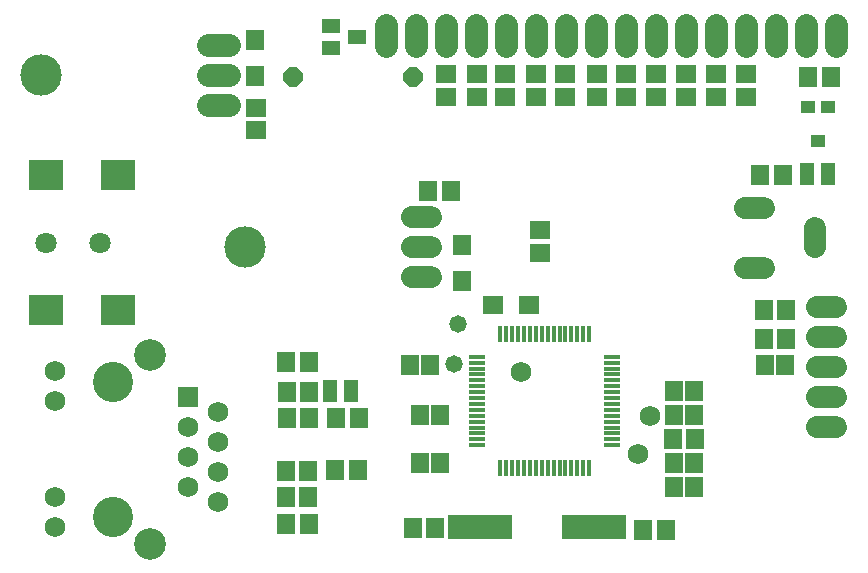
<source format=gbr>
G04 EAGLE Gerber RS-274X export*
G75*
%MOMM*%
%FSLAX34Y34*%
%LPD*%
%INSoldermask Top*%
%IPPOS*%
%AMOC8*
5,1,8,0,0,1.08239X$1,22.5*%
G01*
%ADD10C,1.828800*%
%ADD11R,5.537200X2.133600*%
%ADD12R,1.503200X1.703200*%
%ADD13R,1.223200X1.983200*%
%ADD14R,1.603200X1.803200*%
%ADD15R,1.703200X1.503200*%
%ADD16P,1.759533X8X22.500000*%
%ADD17C,1.981200*%
%ADD18R,1.727200X1.727200*%
%ADD19C,1.727200*%
%ADD20C,2.679700*%
%ADD21C,3.403600*%
%ADD22R,1.203200X1.103200*%
%ADD23R,1.303200X1.103200*%
%ADD24R,1.603200X1.203200*%
%ADD25R,0.431800X1.403200*%
%ADD26R,1.403200X0.431800*%
%ADD27R,1.503200X1.803200*%
%ADD28R,1.803200X1.603200*%
%ADD29C,1.930400*%
%ADD30C,3.505200*%
%ADD31R,3.003200X2.603200*%
%ADD32C,1.803200*%
%ADD33C,1.473200*%


D10*
X864616Y343408D02*
X880872Y343408D01*
X880872Y318008D02*
X864616Y318008D01*
X864616Y292608D02*
X880872Y292608D01*
X880872Y267208D02*
X864616Y267208D01*
X864616Y241808D02*
X880872Y241808D01*
D11*
X579374Y157226D03*
X675894Y157226D03*
D12*
X434188Y297180D03*
X415188Y297180D03*
X434188Y159766D03*
X415188Y159766D03*
X414553Y183007D03*
X433553Y183007D03*
X414553Y205232D03*
X433553Y205232D03*
X415696Y249936D03*
X434696Y249936D03*
X415696Y272161D03*
X434696Y272161D03*
X475463Y205359D03*
X456463Y205359D03*
X457352Y250190D03*
X476352Y250190D03*
D13*
X470164Y272669D03*
X452364Y272669D03*
D12*
X541122Y156464D03*
X522122Y156464D03*
X717448Y154940D03*
X736448Y154940D03*
X535457Y441706D03*
X554457Y441706D03*
D14*
X563880Y396000D03*
X563880Y366000D03*
D15*
X389636Y512420D03*
X389636Y493420D03*
D13*
X874024Y456692D03*
X856224Y456692D03*
D12*
X835508Y455168D03*
X816508Y455168D03*
X857148Y538480D03*
X876148Y538480D03*
D16*
X420624Y538480D03*
X522224Y538480D03*
D15*
X550672Y540868D03*
X550672Y521868D03*
X576580Y540868D03*
X576580Y521868D03*
X600456Y540868D03*
X600456Y521868D03*
X626364Y540868D03*
X626364Y521868D03*
X804672Y540868D03*
X804672Y521868D03*
X753364Y540868D03*
X753364Y521868D03*
X779272Y540868D03*
X779272Y521868D03*
X629920Y389788D03*
X629920Y408788D03*
D17*
X880413Y564713D02*
X880413Y582493D01*
X855013Y582493D02*
X855013Y564713D01*
X829613Y564713D02*
X829613Y582493D01*
X804213Y582493D02*
X804213Y564713D01*
X778813Y564713D02*
X778813Y582493D01*
X753413Y582493D02*
X753413Y564713D01*
X728013Y564713D02*
X728013Y582493D01*
X702613Y582493D02*
X702613Y564713D01*
X677213Y564713D02*
X677213Y582493D01*
X651813Y582493D02*
X651813Y564713D01*
X626413Y564713D02*
X626413Y582493D01*
X601013Y582493D02*
X601013Y564713D01*
X575613Y564713D02*
X575613Y582493D01*
X550213Y582493D02*
X550213Y564713D01*
X524813Y564713D02*
X524813Y582493D01*
X499413Y582493D02*
X499413Y564713D01*
D18*
X331724Y267970D03*
D19*
X357124Y255270D03*
X331724Y242570D03*
X357124Y229870D03*
X331724Y217170D03*
X357124Y204470D03*
X331724Y191770D03*
X357124Y179070D03*
D20*
X299974Y303530D03*
X299974Y143510D03*
D19*
X219202Y157480D03*
X219202Y182880D03*
X219202Y289560D03*
X219202Y264160D03*
D21*
X268224Y280670D03*
X268224Y166370D03*
D22*
X873624Y513356D03*
X856624Y513356D03*
D23*
X865124Y484356D03*
D24*
X475312Y572516D03*
X453312Y563016D03*
X453312Y582016D03*
D15*
X727964Y540868D03*
X727964Y521868D03*
X703072Y540868D03*
X703072Y521868D03*
X678180Y540868D03*
X678180Y521868D03*
X651256Y540868D03*
X651256Y521868D03*
D14*
X388620Y569736D03*
X388620Y539736D03*
D25*
X671484Y321160D03*
X666484Y321160D03*
X661484Y321160D03*
X656484Y321160D03*
X651484Y321160D03*
X646484Y321160D03*
X641484Y321160D03*
X636484Y321160D03*
X631484Y321160D03*
X626484Y321160D03*
X621484Y321160D03*
X616484Y321160D03*
X611484Y321160D03*
X606484Y321160D03*
X601484Y321160D03*
X596484Y321160D03*
D26*
X576984Y301660D03*
X576984Y296660D03*
X576984Y291660D03*
X576984Y286660D03*
X576984Y281660D03*
X576984Y276660D03*
X576984Y271660D03*
X576984Y266660D03*
X576984Y261660D03*
X576984Y256660D03*
X576984Y251660D03*
X576984Y246660D03*
X576984Y241660D03*
X576984Y236660D03*
X576984Y231660D03*
X576984Y226660D03*
D25*
X596484Y207160D03*
X601484Y207160D03*
X606484Y207160D03*
X611484Y207160D03*
X616484Y207160D03*
X621484Y207160D03*
X626484Y207160D03*
X631484Y207160D03*
X636484Y207160D03*
X641484Y207160D03*
X646484Y207160D03*
X651484Y207160D03*
X656484Y207160D03*
X661484Y207160D03*
X666484Y207160D03*
X671484Y207160D03*
D26*
X690984Y226660D03*
X690984Y231660D03*
X690984Y236660D03*
X690984Y241660D03*
X690984Y246660D03*
X690984Y251660D03*
X690984Y256660D03*
X690984Y261660D03*
X690984Y266660D03*
X690984Y271660D03*
X690984Y276660D03*
X690984Y281660D03*
X690984Y286660D03*
X690984Y291660D03*
X690984Y296660D03*
X690984Y301660D03*
D12*
X743340Y211328D03*
X760340Y211328D03*
X544948Y251968D03*
X527948Y251968D03*
X544948Y211328D03*
X527948Y211328D03*
X743340Y191008D03*
X760340Y191008D03*
X743340Y251968D03*
X760340Y251968D03*
X743340Y272288D03*
X760340Y272288D03*
D27*
X819556Y341376D03*
X838556Y341376D03*
D12*
X820556Y294640D03*
X837556Y294640D03*
D27*
X819556Y316992D03*
X838556Y316992D03*
X761340Y231648D03*
X742340Y231648D03*
D28*
X620536Y345440D03*
X590536Y345440D03*
D12*
X536820Y294640D03*
X519820Y294640D03*
D29*
X366268Y515112D02*
X348996Y515112D01*
X348996Y540512D02*
X366268Y540512D01*
X366268Y565912D02*
X348996Y565912D01*
D30*
X207772Y540512D03*
D10*
X521716Y368808D02*
X537972Y368808D01*
X537972Y394208D02*
X521716Y394208D01*
X521716Y419608D02*
X537972Y419608D01*
D30*
X379984Y394208D03*
D10*
X862584Y394208D02*
X862584Y410464D01*
X819912Y427736D02*
X803656Y427736D01*
X803656Y376936D02*
X819912Y376936D01*
D31*
X211328Y455272D03*
X211328Y341272D03*
X272328Y455272D03*
X272328Y341272D03*
D32*
X211328Y398272D03*
X257048Y398272D03*
D19*
X713232Y219456D03*
X723393Y251827D03*
D33*
X560832Y329184D03*
X556768Y295724D03*
D19*
X613664Y288544D03*
M02*

</source>
